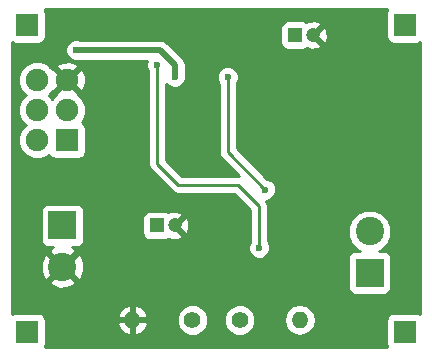
<source format=gbr>
G04 #@! TF.FileFunction,Copper,L2,Bot,Signal*
%FSLAX46Y46*%
G04 Gerber Fmt 4.6, Leading zero omitted, Abs format (unit mm)*
G04 Created by KiCad (PCBNEW 4.0.6) date 2017 July 13, Thursday 09:48:37*
%MOMM*%
%LPD*%
G01*
G04 APERTURE LIST*
%ADD10C,0.100000*%
%ADD11R,1.900000X1.900000*%
%ADD12C,1.900000*%
%ADD13R,1.200000X1.200000*%
%ADD14C,1.200000*%
%ADD15C,2.400000*%
%ADD16R,2.400000X2.400000*%
%ADD17C,1.400000*%
%ADD18O,1.400000X1.400000*%
%ADD19C,0.600000*%
%ADD20C,0.500000*%
%ADD21C,0.250000*%
%ADD22C,0.254000*%
G04 APERTURE END LIST*
D10*
D11*
X120396000Y-96774000D03*
D12*
X117856000Y-96774000D03*
X120396000Y-94234000D03*
X117856000Y-94234000D03*
X120396000Y-91694000D03*
X117856000Y-91694000D03*
D13*
X139700000Y-87884000D03*
D14*
X141200000Y-87884000D03*
D13*
X128000000Y-104000000D03*
D14*
X129500000Y-104000000D03*
D15*
X120000000Y-107500000D03*
D16*
X120000000Y-104000000D03*
D15*
X146000000Y-104500000D03*
D16*
X146000000Y-108000000D03*
D17*
X135000000Y-112000000D03*
D18*
X140080000Y-112000000D03*
D17*
X131000000Y-112000000D03*
D18*
X125920000Y-112000000D03*
D11*
X117000000Y-113000000D03*
X149000000Y-87000000D03*
X149000000Y-113000000D03*
X117000000Y-87000000D03*
D19*
X121158000Y-89154000D03*
X129540000Y-91440000D03*
X125984000Y-93980000D03*
X125984000Y-90932000D03*
X137160000Y-100965000D03*
X133985000Y-91440000D03*
X136652000Y-105918000D03*
X128016000Y-90424000D03*
D20*
X128270000Y-89154000D02*
X121158000Y-89154000D01*
X129540000Y-90424000D02*
X128270000Y-89154000D01*
X129540000Y-91440000D02*
X129540000Y-90424000D01*
D21*
X125984000Y-90932000D02*
X125984000Y-93980000D01*
X133985000Y-97790000D02*
X137160000Y-100965000D01*
X133985000Y-91440000D02*
X133985000Y-97790000D01*
X136652000Y-102362000D02*
X136652000Y-105918000D01*
X134874000Y-100584000D02*
X136652000Y-102362000D01*
X129794000Y-100584000D02*
X134874000Y-100584000D01*
X128016000Y-98806000D02*
X129794000Y-100584000D01*
X128016000Y-90424000D02*
X128016000Y-98806000D01*
D22*
G36*
X147453569Y-85798110D02*
X147402560Y-86050000D01*
X147402560Y-87950000D01*
X147446838Y-88185317D01*
X147585910Y-88401441D01*
X147798110Y-88546431D01*
X148050000Y-88597440D01*
X149950000Y-88597440D01*
X150185317Y-88553162D01*
X150290000Y-88485800D01*
X150290000Y-111513772D01*
X150201890Y-111453569D01*
X149950000Y-111402560D01*
X148050000Y-111402560D01*
X147814683Y-111446838D01*
X147598559Y-111585910D01*
X147453569Y-111798110D01*
X147402560Y-112050000D01*
X147402560Y-113950000D01*
X147446838Y-114185317D01*
X147514200Y-114290000D01*
X118486228Y-114290000D01*
X118546431Y-114201890D01*
X118597440Y-113950000D01*
X118597440Y-112333329D01*
X124627284Y-112333329D01*
X124770203Y-112678396D01*
X125117337Y-113066764D01*
X125586669Y-113292727D01*
X125793000Y-113170206D01*
X125793000Y-112127000D01*
X126047000Y-112127000D01*
X126047000Y-113170206D01*
X126253331Y-113292727D01*
X126722663Y-113066764D01*
X127069797Y-112678396D01*
X127212716Y-112333329D01*
X127171501Y-112264383D01*
X129664769Y-112264383D01*
X129867582Y-112755229D01*
X130242796Y-113131098D01*
X130733287Y-113334768D01*
X131264383Y-113335231D01*
X131755229Y-113132418D01*
X132131098Y-112757204D01*
X132334768Y-112266713D01*
X132334770Y-112264383D01*
X133664769Y-112264383D01*
X133867582Y-112755229D01*
X134242796Y-113131098D01*
X134733287Y-113334768D01*
X135264383Y-113335231D01*
X135755229Y-113132418D01*
X136131098Y-112757204D01*
X136334768Y-112266713D01*
X136335000Y-112000000D01*
X138718846Y-112000000D01*
X138820467Y-112510882D01*
X139109858Y-112943988D01*
X139542964Y-113233379D01*
X140053846Y-113335000D01*
X140106154Y-113335000D01*
X140617036Y-113233379D01*
X141050142Y-112943988D01*
X141339533Y-112510882D01*
X141441154Y-112000000D01*
X141339533Y-111489118D01*
X141050142Y-111056012D01*
X140617036Y-110766621D01*
X140106154Y-110665000D01*
X140053846Y-110665000D01*
X139542964Y-110766621D01*
X139109858Y-111056012D01*
X138820467Y-111489118D01*
X138718846Y-112000000D01*
X136335000Y-112000000D01*
X136335231Y-111735617D01*
X136132418Y-111244771D01*
X135757204Y-110868902D01*
X135266713Y-110665232D01*
X134735617Y-110664769D01*
X134244771Y-110867582D01*
X133868902Y-111242796D01*
X133665232Y-111733287D01*
X133664769Y-112264383D01*
X132334770Y-112264383D01*
X132335231Y-111735617D01*
X132132418Y-111244771D01*
X131757204Y-110868902D01*
X131266713Y-110665232D01*
X130735617Y-110664769D01*
X130244771Y-110867582D01*
X129868902Y-111242796D01*
X129665232Y-111733287D01*
X129664769Y-112264383D01*
X127171501Y-112264383D01*
X127089374Y-112127000D01*
X126047000Y-112127000D01*
X125793000Y-112127000D01*
X124750626Y-112127000D01*
X124627284Y-112333329D01*
X118597440Y-112333329D01*
X118597440Y-112050000D01*
X118553162Y-111814683D01*
X118457919Y-111666671D01*
X124627284Y-111666671D01*
X124750626Y-111873000D01*
X125793000Y-111873000D01*
X125793000Y-110829794D01*
X126047000Y-110829794D01*
X126047000Y-111873000D01*
X127089374Y-111873000D01*
X127212716Y-111666671D01*
X127069797Y-111321604D01*
X126722663Y-110933236D01*
X126253331Y-110707273D01*
X126047000Y-110829794D01*
X125793000Y-110829794D01*
X125586669Y-110707273D01*
X125117337Y-110933236D01*
X124770203Y-111321604D01*
X124627284Y-111666671D01*
X118457919Y-111666671D01*
X118414090Y-111598559D01*
X118201890Y-111453569D01*
X117950000Y-111402560D01*
X116050000Y-111402560D01*
X115814683Y-111446838D01*
X115710000Y-111514200D01*
X115710000Y-108797175D01*
X118882430Y-108797175D01*
X119005565Y-109084788D01*
X119687734Y-109344707D01*
X120417443Y-109323786D01*
X120994435Y-109084788D01*
X121117570Y-108797175D01*
X120000000Y-107679605D01*
X118882430Y-108797175D01*
X115710000Y-108797175D01*
X115710000Y-107187734D01*
X118155293Y-107187734D01*
X118176214Y-107917443D01*
X118415212Y-108494435D01*
X118702825Y-108617570D01*
X119820395Y-107500000D01*
X120179605Y-107500000D01*
X121297175Y-108617570D01*
X121584788Y-108494435D01*
X121844707Y-107812266D01*
X121823786Y-107082557D01*
X121584788Y-106505565D01*
X121297175Y-106382430D01*
X120179605Y-107500000D01*
X119820395Y-107500000D01*
X118702825Y-106382430D01*
X118415212Y-106505565D01*
X118155293Y-107187734D01*
X115710000Y-107187734D01*
X115710000Y-102800000D01*
X118152560Y-102800000D01*
X118152560Y-105200000D01*
X118196838Y-105435317D01*
X118335910Y-105651441D01*
X118548110Y-105796431D01*
X118800000Y-105847440D01*
X119169181Y-105847440D01*
X119005565Y-105915212D01*
X118882430Y-106202825D01*
X120000000Y-107320395D01*
X121117570Y-106202825D01*
X120994435Y-105915212D01*
X120816564Y-105847440D01*
X121200000Y-105847440D01*
X121435317Y-105803162D01*
X121651441Y-105664090D01*
X121796431Y-105451890D01*
X121847440Y-105200000D01*
X121847440Y-103400000D01*
X126752560Y-103400000D01*
X126752560Y-104600000D01*
X126796838Y-104835317D01*
X126935910Y-105051441D01*
X127148110Y-105196431D01*
X127400000Y-105247440D01*
X128600000Y-105247440D01*
X128835317Y-105203162D01*
X128962636Y-105121234D01*
X129331036Y-105247807D01*
X129821413Y-105217482D01*
X130133617Y-105088164D01*
X130183130Y-104862735D01*
X129500000Y-104179605D01*
X129485858Y-104193748D01*
X129306253Y-104014143D01*
X129320395Y-104000000D01*
X129679605Y-104000000D01*
X130362735Y-104683130D01*
X130588164Y-104633617D01*
X130747807Y-104168964D01*
X130717482Y-103678587D01*
X130588164Y-103366383D01*
X130362735Y-103316870D01*
X129679605Y-104000000D01*
X129320395Y-104000000D01*
X129306253Y-103985858D01*
X129485858Y-103806253D01*
X129500000Y-103820395D01*
X130183130Y-103137265D01*
X130133617Y-102911836D01*
X129668964Y-102752193D01*
X129178587Y-102782518D01*
X128956010Y-102874711D01*
X128851890Y-102803569D01*
X128600000Y-102752560D01*
X127400000Y-102752560D01*
X127164683Y-102796838D01*
X126948559Y-102935910D01*
X126803569Y-103148110D01*
X126752560Y-103400000D01*
X121847440Y-103400000D01*
X121847440Y-102800000D01*
X121803162Y-102564683D01*
X121664090Y-102348559D01*
X121451890Y-102203569D01*
X121200000Y-102152560D01*
X118800000Y-102152560D01*
X118564683Y-102196838D01*
X118348559Y-102335910D01*
X118203569Y-102548110D01*
X118152560Y-102800000D01*
X115710000Y-102800000D01*
X115710000Y-92007893D01*
X116270725Y-92007893D01*
X116511519Y-92590657D01*
X116884471Y-92964261D01*
X116513086Y-93334997D01*
X116271276Y-93917341D01*
X116270725Y-94547893D01*
X116511519Y-95130657D01*
X116884471Y-95504261D01*
X116513086Y-95874997D01*
X116271276Y-96457341D01*
X116270725Y-97087893D01*
X116511519Y-97670657D01*
X116956997Y-98116914D01*
X117539341Y-98358724D01*
X118169893Y-98359275D01*
X118752657Y-98118481D01*
X118869927Y-98001415D01*
X118981910Y-98175441D01*
X119194110Y-98320431D01*
X119446000Y-98371440D01*
X121346000Y-98371440D01*
X121581317Y-98327162D01*
X121797441Y-98188090D01*
X121942431Y-97975890D01*
X121993440Y-97724000D01*
X121993440Y-95824000D01*
X121949162Y-95588683D01*
X121810090Y-95372559D01*
X121625372Y-95246347D01*
X121738914Y-95133003D01*
X121980724Y-94550659D01*
X121981275Y-93920107D01*
X121740481Y-93337343D01*
X121301789Y-92897884D01*
X121332745Y-92810350D01*
X120396000Y-91873605D01*
X119459255Y-92810350D01*
X119490407Y-92898439D01*
X119125739Y-93262471D01*
X118827529Y-92963739D01*
X119192116Y-92599789D01*
X119279650Y-92630745D01*
X120216395Y-91694000D01*
X120575605Y-91694000D01*
X121512350Y-92630745D01*
X121774019Y-92538208D01*
X121992188Y-91946602D01*
X121967352Y-91316539D01*
X121774019Y-90849792D01*
X121512350Y-90757255D01*
X120575605Y-91694000D01*
X120216395Y-91694000D01*
X119279650Y-90757255D01*
X119191561Y-90788407D01*
X118981172Y-90577650D01*
X119459255Y-90577650D01*
X120396000Y-91514395D01*
X121332745Y-90577650D01*
X121240208Y-90315981D01*
X120648602Y-90097812D01*
X120018539Y-90122648D01*
X119551792Y-90315981D01*
X119459255Y-90577650D01*
X118981172Y-90577650D01*
X118755003Y-90351086D01*
X118172659Y-90109276D01*
X117542107Y-90108725D01*
X116959343Y-90349519D01*
X116513086Y-90794997D01*
X116271276Y-91377341D01*
X116270725Y-92007893D01*
X115710000Y-92007893D01*
X115710000Y-89339167D01*
X120222838Y-89339167D01*
X120364883Y-89682943D01*
X120627673Y-89946192D01*
X120971201Y-90088838D01*
X121343167Y-90089162D01*
X121464569Y-90039000D01*
X127163463Y-90039000D01*
X127081162Y-90237201D01*
X127080838Y-90609167D01*
X127222883Y-90952943D01*
X127256000Y-90986118D01*
X127256000Y-98806000D01*
X127313852Y-99096839D01*
X127478599Y-99343401D01*
X129256599Y-101121401D01*
X129503161Y-101286148D01*
X129794000Y-101344000D01*
X134559198Y-101344000D01*
X135892000Y-102676802D01*
X135892000Y-105355537D01*
X135859808Y-105387673D01*
X135717162Y-105731201D01*
X135716838Y-106103167D01*
X135858883Y-106446943D01*
X136121673Y-106710192D01*
X136465201Y-106852838D01*
X136837167Y-106853162D01*
X136965829Y-106800000D01*
X144152560Y-106800000D01*
X144152560Y-109200000D01*
X144196838Y-109435317D01*
X144335910Y-109651441D01*
X144548110Y-109796431D01*
X144800000Y-109847440D01*
X147200000Y-109847440D01*
X147435317Y-109803162D01*
X147651441Y-109664090D01*
X147796431Y-109451890D01*
X147847440Y-109200000D01*
X147847440Y-106800000D01*
X147803162Y-106564683D01*
X147664090Y-106348559D01*
X147451890Y-106203569D01*
X147200000Y-106152560D01*
X146805712Y-106152560D01*
X147038086Y-106056545D01*
X147554730Y-105540801D01*
X147834681Y-104866605D01*
X147835318Y-104136597D01*
X147556545Y-103461914D01*
X147040801Y-102945270D01*
X146366605Y-102665319D01*
X145636597Y-102664682D01*
X144961914Y-102943455D01*
X144445270Y-103459199D01*
X144165319Y-104133395D01*
X144164682Y-104863403D01*
X144443455Y-105538086D01*
X144959199Y-106054730D01*
X145194799Y-106152560D01*
X144800000Y-106152560D01*
X144564683Y-106196838D01*
X144348559Y-106335910D01*
X144203569Y-106548110D01*
X144152560Y-106800000D01*
X136965829Y-106800000D01*
X137180943Y-106711117D01*
X137444192Y-106448327D01*
X137586838Y-106104799D01*
X137587162Y-105732833D01*
X137445117Y-105389057D01*
X137412000Y-105355882D01*
X137412000Y-102362000D01*
X137354148Y-102071161D01*
X137239829Y-101900070D01*
X137345167Y-101900162D01*
X137688943Y-101758117D01*
X137952192Y-101495327D01*
X138094838Y-101151799D01*
X138095162Y-100779833D01*
X137953117Y-100436057D01*
X137690327Y-100172808D01*
X137346799Y-100030162D01*
X137299923Y-100030121D01*
X134745000Y-97475198D01*
X134745000Y-92002463D01*
X134777192Y-91970327D01*
X134919838Y-91626799D01*
X134920162Y-91254833D01*
X134778117Y-90911057D01*
X134515327Y-90647808D01*
X134171799Y-90505162D01*
X133799833Y-90504838D01*
X133456057Y-90646883D01*
X133192808Y-90909673D01*
X133050162Y-91253201D01*
X133049838Y-91625167D01*
X133191883Y-91968943D01*
X133225000Y-92002118D01*
X133225000Y-97790000D01*
X133282852Y-98080839D01*
X133447599Y-98327401D01*
X134961629Y-99841431D01*
X134874000Y-99824000D01*
X130108802Y-99824000D01*
X128776000Y-98491198D01*
X128776000Y-91998111D01*
X129009673Y-92232192D01*
X129353201Y-92374838D01*
X129725167Y-92375162D01*
X130068943Y-92233117D01*
X130332192Y-91970327D01*
X130474838Y-91626799D01*
X130475162Y-91254833D01*
X130425000Y-91133431D01*
X130425000Y-90424005D01*
X130425001Y-90424000D01*
X130357633Y-90085325D01*
X130326680Y-90039000D01*
X130165790Y-89798210D01*
X130165787Y-89798208D01*
X128895790Y-88528210D01*
X128879936Y-88517617D01*
X128608675Y-88336367D01*
X128552484Y-88325190D01*
X128270000Y-88268999D01*
X128269995Y-88269000D01*
X121464822Y-88269000D01*
X121344799Y-88219162D01*
X120972833Y-88218838D01*
X120629057Y-88360883D01*
X120365808Y-88623673D01*
X120223162Y-88967201D01*
X120222838Y-89339167D01*
X115710000Y-89339167D01*
X115710000Y-88486228D01*
X115798110Y-88546431D01*
X116050000Y-88597440D01*
X117950000Y-88597440D01*
X118185317Y-88553162D01*
X118401441Y-88414090D01*
X118546431Y-88201890D01*
X118597440Y-87950000D01*
X118597440Y-87284000D01*
X138452560Y-87284000D01*
X138452560Y-88484000D01*
X138496838Y-88719317D01*
X138635910Y-88935441D01*
X138848110Y-89080431D01*
X139100000Y-89131440D01*
X140300000Y-89131440D01*
X140535317Y-89087162D01*
X140662636Y-89005234D01*
X141031036Y-89131807D01*
X141521413Y-89101482D01*
X141833617Y-88972164D01*
X141883130Y-88746735D01*
X141200000Y-88063605D01*
X141185858Y-88077748D01*
X141006253Y-87898143D01*
X141020395Y-87884000D01*
X141379605Y-87884000D01*
X142062735Y-88567130D01*
X142288164Y-88517617D01*
X142447807Y-88052964D01*
X142417482Y-87562587D01*
X142288164Y-87250383D01*
X142062735Y-87200870D01*
X141379605Y-87884000D01*
X141020395Y-87884000D01*
X141006253Y-87869858D01*
X141185858Y-87690253D01*
X141200000Y-87704395D01*
X141883130Y-87021265D01*
X141833617Y-86795836D01*
X141368964Y-86636193D01*
X140878587Y-86666518D01*
X140656010Y-86758711D01*
X140551890Y-86687569D01*
X140300000Y-86636560D01*
X139100000Y-86636560D01*
X138864683Y-86680838D01*
X138648559Y-86819910D01*
X138503569Y-87032110D01*
X138452560Y-87284000D01*
X118597440Y-87284000D01*
X118597440Y-86050000D01*
X118553162Y-85814683D01*
X118485800Y-85710000D01*
X147513772Y-85710000D01*
X147453569Y-85798110D01*
X147453569Y-85798110D01*
G37*
X147453569Y-85798110D02*
X147402560Y-86050000D01*
X147402560Y-87950000D01*
X147446838Y-88185317D01*
X147585910Y-88401441D01*
X147798110Y-88546431D01*
X148050000Y-88597440D01*
X149950000Y-88597440D01*
X150185317Y-88553162D01*
X150290000Y-88485800D01*
X150290000Y-111513772D01*
X150201890Y-111453569D01*
X149950000Y-111402560D01*
X148050000Y-111402560D01*
X147814683Y-111446838D01*
X147598559Y-111585910D01*
X147453569Y-111798110D01*
X147402560Y-112050000D01*
X147402560Y-113950000D01*
X147446838Y-114185317D01*
X147514200Y-114290000D01*
X118486228Y-114290000D01*
X118546431Y-114201890D01*
X118597440Y-113950000D01*
X118597440Y-112333329D01*
X124627284Y-112333329D01*
X124770203Y-112678396D01*
X125117337Y-113066764D01*
X125586669Y-113292727D01*
X125793000Y-113170206D01*
X125793000Y-112127000D01*
X126047000Y-112127000D01*
X126047000Y-113170206D01*
X126253331Y-113292727D01*
X126722663Y-113066764D01*
X127069797Y-112678396D01*
X127212716Y-112333329D01*
X127171501Y-112264383D01*
X129664769Y-112264383D01*
X129867582Y-112755229D01*
X130242796Y-113131098D01*
X130733287Y-113334768D01*
X131264383Y-113335231D01*
X131755229Y-113132418D01*
X132131098Y-112757204D01*
X132334768Y-112266713D01*
X132334770Y-112264383D01*
X133664769Y-112264383D01*
X133867582Y-112755229D01*
X134242796Y-113131098D01*
X134733287Y-113334768D01*
X135264383Y-113335231D01*
X135755229Y-113132418D01*
X136131098Y-112757204D01*
X136334768Y-112266713D01*
X136335000Y-112000000D01*
X138718846Y-112000000D01*
X138820467Y-112510882D01*
X139109858Y-112943988D01*
X139542964Y-113233379D01*
X140053846Y-113335000D01*
X140106154Y-113335000D01*
X140617036Y-113233379D01*
X141050142Y-112943988D01*
X141339533Y-112510882D01*
X141441154Y-112000000D01*
X141339533Y-111489118D01*
X141050142Y-111056012D01*
X140617036Y-110766621D01*
X140106154Y-110665000D01*
X140053846Y-110665000D01*
X139542964Y-110766621D01*
X139109858Y-111056012D01*
X138820467Y-111489118D01*
X138718846Y-112000000D01*
X136335000Y-112000000D01*
X136335231Y-111735617D01*
X136132418Y-111244771D01*
X135757204Y-110868902D01*
X135266713Y-110665232D01*
X134735617Y-110664769D01*
X134244771Y-110867582D01*
X133868902Y-111242796D01*
X133665232Y-111733287D01*
X133664769Y-112264383D01*
X132334770Y-112264383D01*
X132335231Y-111735617D01*
X132132418Y-111244771D01*
X131757204Y-110868902D01*
X131266713Y-110665232D01*
X130735617Y-110664769D01*
X130244771Y-110867582D01*
X129868902Y-111242796D01*
X129665232Y-111733287D01*
X129664769Y-112264383D01*
X127171501Y-112264383D01*
X127089374Y-112127000D01*
X126047000Y-112127000D01*
X125793000Y-112127000D01*
X124750626Y-112127000D01*
X124627284Y-112333329D01*
X118597440Y-112333329D01*
X118597440Y-112050000D01*
X118553162Y-111814683D01*
X118457919Y-111666671D01*
X124627284Y-111666671D01*
X124750626Y-111873000D01*
X125793000Y-111873000D01*
X125793000Y-110829794D01*
X126047000Y-110829794D01*
X126047000Y-111873000D01*
X127089374Y-111873000D01*
X127212716Y-111666671D01*
X127069797Y-111321604D01*
X126722663Y-110933236D01*
X126253331Y-110707273D01*
X126047000Y-110829794D01*
X125793000Y-110829794D01*
X125586669Y-110707273D01*
X125117337Y-110933236D01*
X124770203Y-111321604D01*
X124627284Y-111666671D01*
X118457919Y-111666671D01*
X118414090Y-111598559D01*
X118201890Y-111453569D01*
X117950000Y-111402560D01*
X116050000Y-111402560D01*
X115814683Y-111446838D01*
X115710000Y-111514200D01*
X115710000Y-108797175D01*
X118882430Y-108797175D01*
X119005565Y-109084788D01*
X119687734Y-109344707D01*
X120417443Y-109323786D01*
X120994435Y-109084788D01*
X121117570Y-108797175D01*
X120000000Y-107679605D01*
X118882430Y-108797175D01*
X115710000Y-108797175D01*
X115710000Y-107187734D01*
X118155293Y-107187734D01*
X118176214Y-107917443D01*
X118415212Y-108494435D01*
X118702825Y-108617570D01*
X119820395Y-107500000D01*
X120179605Y-107500000D01*
X121297175Y-108617570D01*
X121584788Y-108494435D01*
X121844707Y-107812266D01*
X121823786Y-107082557D01*
X121584788Y-106505565D01*
X121297175Y-106382430D01*
X120179605Y-107500000D01*
X119820395Y-107500000D01*
X118702825Y-106382430D01*
X118415212Y-106505565D01*
X118155293Y-107187734D01*
X115710000Y-107187734D01*
X115710000Y-102800000D01*
X118152560Y-102800000D01*
X118152560Y-105200000D01*
X118196838Y-105435317D01*
X118335910Y-105651441D01*
X118548110Y-105796431D01*
X118800000Y-105847440D01*
X119169181Y-105847440D01*
X119005565Y-105915212D01*
X118882430Y-106202825D01*
X120000000Y-107320395D01*
X121117570Y-106202825D01*
X120994435Y-105915212D01*
X120816564Y-105847440D01*
X121200000Y-105847440D01*
X121435317Y-105803162D01*
X121651441Y-105664090D01*
X121796431Y-105451890D01*
X121847440Y-105200000D01*
X121847440Y-103400000D01*
X126752560Y-103400000D01*
X126752560Y-104600000D01*
X126796838Y-104835317D01*
X126935910Y-105051441D01*
X127148110Y-105196431D01*
X127400000Y-105247440D01*
X128600000Y-105247440D01*
X128835317Y-105203162D01*
X128962636Y-105121234D01*
X129331036Y-105247807D01*
X129821413Y-105217482D01*
X130133617Y-105088164D01*
X130183130Y-104862735D01*
X129500000Y-104179605D01*
X129485858Y-104193748D01*
X129306253Y-104014143D01*
X129320395Y-104000000D01*
X129679605Y-104000000D01*
X130362735Y-104683130D01*
X130588164Y-104633617D01*
X130747807Y-104168964D01*
X130717482Y-103678587D01*
X130588164Y-103366383D01*
X130362735Y-103316870D01*
X129679605Y-104000000D01*
X129320395Y-104000000D01*
X129306253Y-103985858D01*
X129485858Y-103806253D01*
X129500000Y-103820395D01*
X130183130Y-103137265D01*
X130133617Y-102911836D01*
X129668964Y-102752193D01*
X129178587Y-102782518D01*
X128956010Y-102874711D01*
X128851890Y-102803569D01*
X128600000Y-102752560D01*
X127400000Y-102752560D01*
X127164683Y-102796838D01*
X126948559Y-102935910D01*
X126803569Y-103148110D01*
X126752560Y-103400000D01*
X121847440Y-103400000D01*
X121847440Y-102800000D01*
X121803162Y-102564683D01*
X121664090Y-102348559D01*
X121451890Y-102203569D01*
X121200000Y-102152560D01*
X118800000Y-102152560D01*
X118564683Y-102196838D01*
X118348559Y-102335910D01*
X118203569Y-102548110D01*
X118152560Y-102800000D01*
X115710000Y-102800000D01*
X115710000Y-92007893D01*
X116270725Y-92007893D01*
X116511519Y-92590657D01*
X116884471Y-92964261D01*
X116513086Y-93334997D01*
X116271276Y-93917341D01*
X116270725Y-94547893D01*
X116511519Y-95130657D01*
X116884471Y-95504261D01*
X116513086Y-95874997D01*
X116271276Y-96457341D01*
X116270725Y-97087893D01*
X116511519Y-97670657D01*
X116956997Y-98116914D01*
X117539341Y-98358724D01*
X118169893Y-98359275D01*
X118752657Y-98118481D01*
X118869927Y-98001415D01*
X118981910Y-98175441D01*
X119194110Y-98320431D01*
X119446000Y-98371440D01*
X121346000Y-98371440D01*
X121581317Y-98327162D01*
X121797441Y-98188090D01*
X121942431Y-97975890D01*
X121993440Y-97724000D01*
X121993440Y-95824000D01*
X121949162Y-95588683D01*
X121810090Y-95372559D01*
X121625372Y-95246347D01*
X121738914Y-95133003D01*
X121980724Y-94550659D01*
X121981275Y-93920107D01*
X121740481Y-93337343D01*
X121301789Y-92897884D01*
X121332745Y-92810350D01*
X120396000Y-91873605D01*
X119459255Y-92810350D01*
X119490407Y-92898439D01*
X119125739Y-93262471D01*
X118827529Y-92963739D01*
X119192116Y-92599789D01*
X119279650Y-92630745D01*
X120216395Y-91694000D01*
X120575605Y-91694000D01*
X121512350Y-92630745D01*
X121774019Y-92538208D01*
X121992188Y-91946602D01*
X121967352Y-91316539D01*
X121774019Y-90849792D01*
X121512350Y-90757255D01*
X120575605Y-91694000D01*
X120216395Y-91694000D01*
X119279650Y-90757255D01*
X119191561Y-90788407D01*
X118981172Y-90577650D01*
X119459255Y-90577650D01*
X120396000Y-91514395D01*
X121332745Y-90577650D01*
X121240208Y-90315981D01*
X120648602Y-90097812D01*
X120018539Y-90122648D01*
X119551792Y-90315981D01*
X119459255Y-90577650D01*
X118981172Y-90577650D01*
X118755003Y-90351086D01*
X118172659Y-90109276D01*
X117542107Y-90108725D01*
X116959343Y-90349519D01*
X116513086Y-90794997D01*
X116271276Y-91377341D01*
X116270725Y-92007893D01*
X115710000Y-92007893D01*
X115710000Y-89339167D01*
X120222838Y-89339167D01*
X120364883Y-89682943D01*
X120627673Y-89946192D01*
X120971201Y-90088838D01*
X121343167Y-90089162D01*
X121464569Y-90039000D01*
X127163463Y-90039000D01*
X127081162Y-90237201D01*
X127080838Y-90609167D01*
X127222883Y-90952943D01*
X127256000Y-90986118D01*
X127256000Y-98806000D01*
X127313852Y-99096839D01*
X127478599Y-99343401D01*
X129256599Y-101121401D01*
X129503161Y-101286148D01*
X129794000Y-101344000D01*
X134559198Y-101344000D01*
X135892000Y-102676802D01*
X135892000Y-105355537D01*
X135859808Y-105387673D01*
X135717162Y-105731201D01*
X135716838Y-106103167D01*
X135858883Y-106446943D01*
X136121673Y-106710192D01*
X136465201Y-106852838D01*
X136837167Y-106853162D01*
X136965829Y-106800000D01*
X144152560Y-106800000D01*
X144152560Y-109200000D01*
X144196838Y-109435317D01*
X144335910Y-109651441D01*
X144548110Y-109796431D01*
X144800000Y-109847440D01*
X147200000Y-109847440D01*
X147435317Y-109803162D01*
X147651441Y-109664090D01*
X147796431Y-109451890D01*
X147847440Y-109200000D01*
X147847440Y-106800000D01*
X147803162Y-106564683D01*
X147664090Y-106348559D01*
X147451890Y-106203569D01*
X147200000Y-106152560D01*
X146805712Y-106152560D01*
X147038086Y-106056545D01*
X147554730Y-105540801D01*
X147834681Y-104866605D01*
X147835318Y-104136597D01*
X147556545Y-103461914D01*
X147040801Y-102945270D01*
X146366605Y-102665319D01*
X145636597Y-102664682D01*
X144961914Y-102943455D01*
X144445270Y-103459199D01*
X144165319Y-104133395D01*
X144164682Y-104863403D01*
X144443455Y-105538086D01*
X144959199Y-106054730D01*
X145194799Y-106152560D01*
X144800000Y-106152560D01*
X144564683Y-106196838D01*
X144348559Y-106335910D01*
X144203569Y-106548110D01*
X144152560Y-106800000D01*
X136965829Y-106800000D01*
X137180943Y-106711117D01*
X137444192Y-106448327D01*
X137586838Y-106104799D01*
X137587162Y-105732833D01*
X137445117Y-105389057D01*
X137412000Y-105355882D01*
X137412000Y-102362000D01*
X137354148Y-102071161D01*
X137239829Y-101900070D01*
X137345167Y-101900162D01*
X137688943Y-101758117D01*
X137952192Y-101495327D01*
X138094838Y-101151799D01*
X138095162Y-100779833D01*
X137953117Y-100436057D01*
X137690327Y-100172808D01*
X137346799Y-100030162D01*
X137299923Y-100030121D01*
X134745000Y-97475198D01*
X134745000Y-92002463D01*
X134777192Y-91970327D01*
X134919838Y-91626799D01*
X134920162Y-91254833D01*
X134778117Y-90911057D01*
X134515327Y-90647808D01*
X134171799Y-90505162D01*
X133799833Y-90504838D01*
X133456057Y-90646883D01*
X133192808Y-90909673D01*
X133050162Y-91253201D01*
X133049838Y-91625167D01*
X133191883Y-91968943D01*
X133225000Y-92002118D01*
X133225000Y-97790000D01*
X133282852Y-98080839D01*
X133447599Y-98327401D01*
X134961629Y-99841431D01*
X134874000Y-99824000D01*
X130108802Y-99824000D01*
X128776000Y-98491198D01*
X128776000Y-91998111D01*
X129009673Y-92232192D01*
X129353201Y-92374838D01*
X129725167Y-92375162D01*
X130068943Y-92233117D01*
X130332192Y-91970327D01*
X130474838Y-91626799D01*
X130475162Y-91254833D01*
X130425000Y-91133431D01*
X130425000Y-90424005D01*
X130425001Y-90424000D01*
X130357633Y-90085325D01*
X130326680Y-90039000D01*
X130165790Y-89798210D01*
X130165787Y-89798208D01*
X128895790Y-88528210D01*
X128879936Y-88517617D01*
X128608675Y-88336367D01*
X128552484Y-88325190D01*
X128270000Y-88268999D01*
X128269995Y-88269000D01*
X121464822Y-88269000D01*
X121344799Y-88219162D01*
X120972833Y-88218838D01*
X120629057Y-88360883D01*
X120365808Y-88623673D01*
X120223162Y-88967201D01*
X120222838Y-89339167D01*
X115710000Y-89339167D01*
X115710000Y-88486228D01*
X115798110Y-88546431D01*
X116050000Y-88597440D01*
X117950000Y-88597440D01*
X118185317Y-88553162D01*
X118401441Y-88414090D01*
X118546431Y-88201890D01*
X118597440Y-87950000D01*
X118597440Y-87284000D01*
X138452560Y-87284000D01*
X138452560Y-88484000D01*
X138496838Y-88719317D01*
X138635910Y-88935441D01*
X138848110Y-89080431D01*
X139100000Y-89131440D01*
X140300000Y-89131440D01*
X140535317Y-89087162D01*
X140662636Y-89005234D01*
X141031036Y-89131807D01*
X141521413Y-89101482D01*
X141833617Y-88972164D01*
X141883130Y-88746735D01*
X141200000Y-88063605D01*
X141185858Y-88077748D01*
X141006253Y-87898143D01*
X141020395Y-87884000D01*
X141379605Y-87884000D01*
X142062735Y-88567130D01*
X142288164Y-88517617D01*
X142447807Y-88052964D01*
X142417482Y-87562587D01*
X142288164Y-87250383D01*
X142062735Y-87200870D01*
X141379605Y-87884000D01*
X141020395Y-87884000D01*
X141006253Y-87869858D01*
X141185858Y-87690253D01*
X141200000Y-87704395D01*
X141883130Y-87021265D01*
X141833617Y-86795836D01*
X141368964Y-86636193D01*
X140878587Y-86666518D01*
X140656010Y-86758711D01*
X140551890Y-86687569D01*
X140300000Y-86636560D01*
X139100000Y-86636560D01*
X138864683Y-86680838D01*
X138648559Y-86819910D01*
X138503569Y-87032110D01*
X138452560Y-87284000D01*
X118597440Y-87284000D01*
X118597440Y-86050000D01*
X118553162Y-85814683D01*
X118485800Y-85710000D01*
X147513772Y-85710000D01*
X147453569Y-85798110D01*
M02*

</source>
